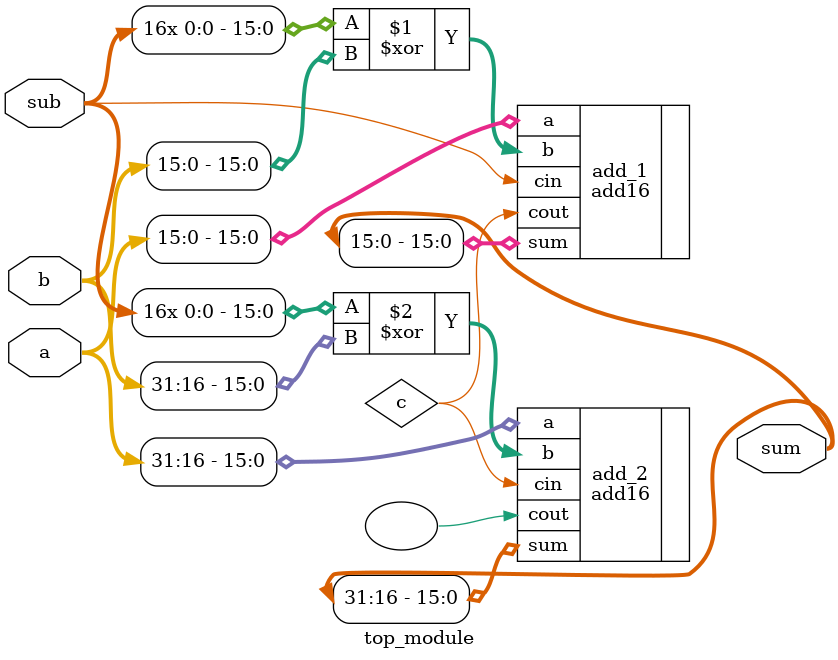
<source format=v>
module top_module(
    input [31:0] a,
    input [31:0] b,
    input sub,
    output [31:0] sum
);
    // a + b : a + 0^b + 0
    // a - b : a + 1^b + 1
    
    wire c;
    
    add16 add_1 (.a(a[15 : 0]),  .b({16{sub}} ^ b[15: 0]), .cin(sub),  .sum(sum[15: 0]), .cout(c));
    add16 add_2 (.a(a[31 : 16]), .b({16{sub}} ^ b[31:16]), .cin(c), .sum(sum[31:16]), .cout());

endmodule

</source>
